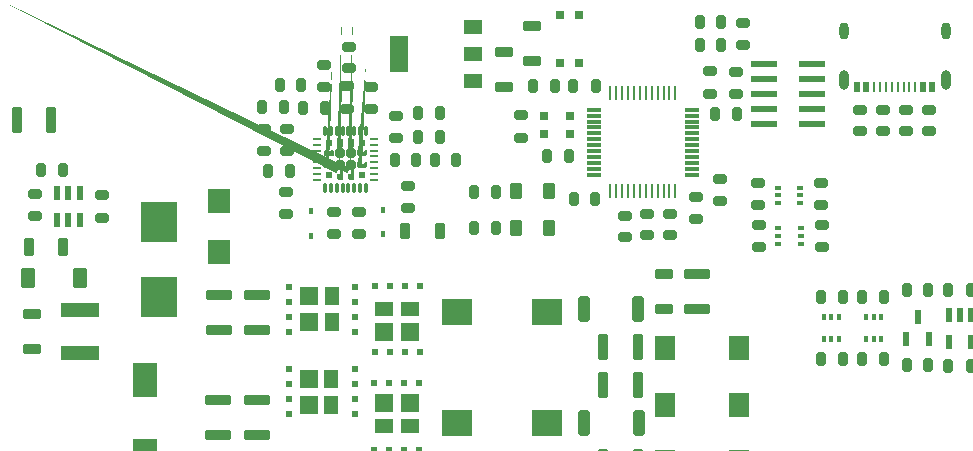
<source format=gtp>
G04 #@! TF.GenerationSoftware,KiCad,Pcbnew,7.0.7-7.0.7~ubuntu22.04.1*
G04 #@! TF.CreationDate,2024-01-21T11:17:23+01:00*
G04 #@! TF.ProjectId,qaxe,71617865-2e6b-4696-9361-645f70636258,rev?*
G04 #@! TF.SameCoordinates,Original*
G04 #@! TF.FileFunction,Paste,Top*
G04 #@! TF.FilePolarity,Positive*
%FSLAX46Y46*%
G04 Gerber Fmt 4.6, Leading zero omitted, Abs format (unit mm)*
G04 Created by KiCad (PCBNEW 7.0.7-7.0.7~ubuntu22.04.1) date 2024-01-21 11:17:23*
%MOMM*%
%LPD*%
G01*
G04 APERTURE LIST*
G04 Aperture macros list*
%AMRoundRect*
0 Rectangle with rounded corners*
0 $1 Rounding radius*
0 $2 $3 $4 $5 $6 $7 $8 $9 X,Y pos of 4 corners*
0 Add a 4 corners polygon primitive as box body*
4,1,4,$2,$3,$4,$5,$6,$7,$8,$9,$2,$3,0*
0 Add four circle primitives for the rounded corners*
1,1,$1+$1,$2,$3*
1,1,$1+$1,$4,$5*
1,1,$1+$1,$6,$7*
1,1,$1+$1,$8,$9*
0 Add four rect primitives between the rounded corners*
20,1,$1+$1,$2,$3,$4,$5,0*
20,1,$1+$1,$4,$5,$6,$7,0*
20,1,$1+$1,$6,$7,$8,$9,0*
20,1,$1+$1,$8,$9,$2,$3,0*%
%AMFreePoly0*
4,1,48,0.206759,0.287330,0.222702,0.287330,0.235600,0.277958,0.250763,0.273032,0.260133,0.260133,0.273032,0.250763,0.277958,0.235600,0.287330,0.222702,0.287330,0.206759,0.292257,0.191596,0.292257,-0.108205,0.289747,-0.115928,0.291018,-0.123951,0.280315,-0.144955,0.273032,-0.167372,0.266461,-0.172145,0.262774,-0.179383,0.179383,-0.262774,0.172145,-0.266461,0.167372,-0.273032,
0.144953,-0.280316,0.123952,-0.291017,0.115930,-0.289746,0.108205,-0.292257,-0.191596,-0.292257,-0.206759,-0.287330,-0.222702,-0.287330,-0.235600,-0.277958,-0.250763,-0.273032,-0.260133,-0.260133,-0.273032,-0.250763,-0.277958,-0.235600,-0.287330,-0.222702,-0.287330,-0.206759,-0.292257,-0.191596,-0.292257,0.191596,-0.287330,0.206759,-0.287330,0.222702,-0.277958,0.235600,-0.273032,0.250763,
-0.260133,0.260133,-0.250763,0.273032,-0.235600,0.277958,-0.222702,0.287330,-0.206759,0.287330,-0.191596,0.292257,0.191596,0.292257,0.206759,0.287330,0.206759,0.287330,$1*%
%AMFreePoly1*
4,1,51,0.147653,0.402231,0.149784,0.402802,0.153047,0.401280,0.170637,0.398179,0.184320,0.386697,0.200509,0.379148,0.268292,0.311365,0.271204,0.307206,0.273115,0.306103,0.274347,0.302717,0.284591,0.288088,0.286147,0.270294,0.292257,0.253509,0.292257,-0.253509,0.291375,-0.258507,0.291947,-0.260640,0.290423,-0.263906,0.287323,-0.281493,0.275841,-0.295175,0.268292,-0.311365,
0.200509,-0.379148,0.196350,-0.382060,0.195247,-0.383971,0.191862,-0.385202,0.177233,-0.395447,0.159438,-0.397003,0.142653,-0.403113,-0.210436,-0.403113,-0.221065,-0.401238,-0.224644,-0.401870,-0.227791,-0.400053,-0.238420,-0.398179,-0.254702,-0.384516,-0.273115,-0.373886,-0.275640,-0.366946,-0.281295,-0.362202,-0.284986,-0.341269,-0.292257,-0.321292,-0.292257,0.321292,-0.290382,0.331921,
-0.291014,0.335500,-0.289197,0.338647,-0.287323,0.349276,-0.273660,0.365558,-0.263030,0.383971,-0.256090,0.386496,-0.251346,0.392151,-0.230413,0.395842,-0.210436,0.403113,0.142653,0.403113,0.147653,0.402231,0.147653,0.402231,$1*%
%AMFreePoly2*
4,1,48,0.115930,0.289746,0.123952,0.291017,0.144953,0.280316,0.167372,0.273032,0.172145,0.266461,0.179383,0.262774,0.262774,0.179383,0.266461,0.172145,0.273032,0.167372,0.280315,0.144955,0.291018,0.123951,0.289747,0.115928,0.292257,0.108205,0.292257,-0.191596,0.287330,-0.206759,0.287330,-0.222702,0.277958,-0.235600,0.273032,-0.250763,0.260133,-0.260133,0.250763,-0.273032,
0.235600,-0.277958,0.222702,-0.287330,0.206759,-0.287330,0.191596,-0.292257,-0.191596,-0.292257,-0.206759,-0.287330,-0.222702,-0.287330,-0.235600,-0.277958,-0.250763,-0.273032,-0.260133,-0.260133,-0.273032,-0.250763,-0.277958,-0.235600,-0.287330,-0.222702,-0.287330,-0.206759,-0.292257,-0.191596,-0.292257,0.191596,-0.287330,0.206759,-0.287330,0.222702,-0.277958,0.235600,-0.273032,0.250763,
-0.260133,0.260133,-0.250763,0.273032,-0.235600,0.277958,-0.222702,0.287330,-0.206759,0.287330,-0.191596,0.292257,0.108205,0.292257,0.115930,0.289746,0.115930,0.289746,$1*%
%AMFreePoly3*
4,1,51,0.331921,0.290382,0.335500,0.291014,0.338647,0.289197,0.349276,0.287323,0.365558,0.273660,0.383971,0.263030,0.386496,0.256090,0.392151,0.251346,0.395842,0.230413,0.403113,0.210436,0.403113,-0.142653,0.402231,-0.147651,0.402803,-0.149784,0.401279,-0.153050,0.398179,-0.170637,0.386697,-0.184319,0.379148,-0.200509,0.311365,-0.268292,0.307206,-0.271204,0.306103,-0.273115,
0.302718,-0.274346,0.288089,-0.284591,0.270294,-0.286147,0.253509,-0.292257,-0.253509,-0.292257,-0.258507,-0.291375,-0.260640,-0.291947,-0.263906,-0.290423,-0.281493,-0.287323,-0.295175,-0.275841,-0.311365,-0.268292,-0.379148,-0.200509,-0.382060,-0.196350,-0.383971,-0.195247,-0.385202,-0.191862,-0.395447,-0.177233,-0.397003,-0.159438,-0.403113,-0.142653,-0.403113,0.210436,-0.401238,0.221065,
-0.401870,0.224644,-0.400053,0.227791,-0.398179,0.238420,-0.384516,0.254702,-0.373886,0.273115,-0.366946,0.275640,-0.362202,0.281295,-0.341269,0.284986,-0.321292,0.292257,0.321292,0.292257,0.331921,0.290382,0.331921,0.290382,$1*%
%AMFreePoly4*
4,1,51,0.258509,0.291375,0.260640,0.291946,0.263903,0.290424,0.281493,0.287323,0.295176,0.275841,0.311365,0.268292,0.379148,0.200509,0.382060,0.196350,0.383971,0.195247,0.385203,0.191861,0.395447,0.177232,0.397003,0.159438,0.403113,0.142653,0.403113,-0.210436,0.401238,-0.221065,0.401870,-0.224644,0.400053,-0.227791,0.398179,-0.238420,0.384516,-0.254702,0.373886,-0.273115,
0.366946,-0.275640,0.362202,-0.281295,0.341269,-0.284986,0.321292,-0.292257,-0.321292,-0.292257,-0.331921,-0.290382,-0.335500,-0.291014,-0.338647,-0.289197,-0.349276,-0.287323,-0.365558,-0.273660,-0.383971,-0.263030,-0.386496,-0.256090,-0.392151,-0.251346,-0.395842,-0.230413,-0.403113,-0.210436,-0.403113,0.142653,-0.402231,0.147653,-0.402802,0.149784,-0.401280,0.153047,-0.398179,0.170637,
-0.386697,0.184320,-0.379148,0.200509,-0.311365,0.268292,-0.307206,0.271204,-0.306103,0.273115,-0.302717,0.274347,-0.288088,0.284591,-0.270294,0.286147,-0.253509,0.292257,0.253509,0.292257,0.258509,0.291375,0.258509,0.291375,$1*%
%AMFreePoly5*
4,1,48,0.206759,0.287330,0.222702,0.287330,0.235600,0.277958,0.250763,0.273032,0.260133,0.260133,0.273032,0.250763,0.277958,0.235600,0.287330,0.222702,0.287330,0.206759,0.292257,0.191596,0.292257,-0.191596,0.287330,-0.206759,0.287330,-0.222702,0.277958,-0.235600,0.273032,-0.250763,0.260133,-0.260133,0.250763,-0.273032,0.235600,-0.277958,0.222702,-0.287330,0.206759,-0.287330,
0.191596,-0.292257,-0.108205,-0.292257,-0.115928,-0.289747,-0.123951,-0.291018,-0.144955,-0.280315,-0.167372,-0.273032,-0.172145,-0.266461,-0.179383,-0.262774,-0.262774,-0.179383,-0.266461,-0.172145,-0.273032,-0.167372,-0.280316,-0.144953,-0.291017,-0.123952,-0.289746,-0.115930,-0.292257,-0.108205,-0.292257,0.191596,-0.287330,0.206759,-0.287330,0.222702,-0.277958,0.235600,-0.273032,0.250763,
-0.260133,0.260133,-0.250763,0.273032,-0.235600,0.277958,-0.222702,0.287330,-0.206759,0.287330,-0.191596,0.292257,0.191596,0.292257,0.206759,0.287330,0.206759,0.287330,$1*%
%AMFreePoly6*
4,1,51,0.221065,0.401238,0.224644,0.401870,0.227791,0.400053,0.238420,0.398179,0.254702,0.384516,0.273115,0.373886,0.275640,0.366946,0.281295,0.362202,0.284986,0.341269,0.292257,0.321292,0.292257,-0.321292,0.290382,-0.331921,0.291014,-0.335500,0.289197,-0.338647,0.287323,-0.349276,0.273660,-0.365558,0.263030,-0.383971,0.256090,-0.386496,0.251346,-0.392151,0.230413,-0.395842,
0.210436,-0.403113,-0.142653,-0.403113,-0.147651,-0.402231,-0.149784,-0.402803,-0.153050,-0.401279,-0.170637,-0.398179,-0.184319,-0.386697,-0.200509,-0.379148,-0.268292,-0.311365,-0.271204,-0.307206,-0.273115,-0.306103,-0.274346,-0.302718,-0.284591,-0.288089,-0.286147,-0.270294,-0.292257,-0.253509,-0.292257,0.253509,-0.291375,0.258509,-0.291946,0.260640,-0.290424,0.263903,-0.287323,0.281493,
-0.275841,0.295176,-0.268292,0.311365,-0.200509,0.379148,-0.196350,0.382060,-0.195247,0.383971,-0.191861,0.385203,-0.177232,0.395447,-0.159438,0.397003,-0.142653,0.403113,0.210436,0.403113,0.221065,0.401238,0.221065,0.401238,$1*%
%AMFreePoly7*
4,1,48,0.206759,0.287330,0.222702,0.287330,0.235600,0.277958,0.250763,0.273032,0.260133,0.260133,0.273032,0.250763,0.277958,0.235600,0.287330,0.222702,0.287330,0.206759,0.292257,0.191596,0.292257,-0.191596,0.287330,-0.206759,0.287330,-0.222702,0.277958,-0.235600,0.273032,-0.250763,0.260133,-0.260133,0.250763,-0.273032,0.235600,-0.277958,0.222702,-0.287330,0.206759,-0.287330,
0.191596,-0.292257,-0.191596,-0.292257,-0.206759,-0.287330,-0.222702,-0.287330,-0.235600,-0.277958,-0.250763,-0.273032,-0.260133,-0.260133,-0.273032,-0.250763,-0.277958,-0.235600,-0.287330,-0.222702,-0.287330,-0.206759,-0.292257,-0.191596,-0.292257,0.108205,-0.289746,0.115930,-0.291017,0.123952,-0.280316,0.144953,-0.273032,0.167372,-0.266461,0.172145,-0.262774,0.179383,-0.179383,0.262774,
-0.172145,0.266461,-0.167372,0.273032,-0.144955,0.280315,-0.123951,0.291018,-0.115928,0.289747,-0.108205,0.292257,0.191596,0.292257,0.206759,0.287330,0.206759,0.287330,$1*%
G04 Aperture macros list end*
%ADD10C,0.001000*%
%ADD11RoundRect,0.150000X-0.430000X0.250000X-0.430000X-0.250000X0.430000X-0.250000X0.430000X0.250000X0*%
%ADD12RoundRect,0.150000X0.250000X0.430000X-0.250000X0.430000X-0.250000X-0.430000X0.250000X-0.430000X0*%
%ADD13RoundRect,0.135000X0.585000X-0.325000X0.585000X0.325000X-0.585000X0.325000X-0.585000X-0.325000X0*%
%ADD14R,0.176800X0.633600*%
%ADD15RoundRect,0.135000X0.325000X0.945000X-0.325000X0.945000X-0.325000X-0.945000X0.325000X-0.945000X0*%
%ADD16R,2.640000X2.240000*%
%ADD17RoundRect,0.147500X-0.262500X-0.412500X0.262500X-0.412500X0.262500X0.412500X-0.262500X0.412500X0*%
%ADD18RoundRect,0.147500X0.412500X-0.262500X0.412500X0.262500X-0.412500X0.262500X-0.412500X-0.262500X0*%
%ADD19RoundRect,0.135000X-0.945000X0.325000X-0.945000X-0.325000X0.945000X-0.325000X0.945000X0.325000X0*%
%ADD20RoundRect,0.137500X-0.312500X-0.922500X0.312500X-0.922500X0.312500X0.922500X-0.312500X0.922500X0*%
%ADD21RoundRect,0.052500X-0.127500X0.187500X-0.127500X-0.187500X0.127500X-0.187500X0.127500X0.187500X0*%
%ADD22RoundRect,0.147500X-0.412500X0.262500X-0.412500X-0.262500X0.412500X-0.262500X0.412500X0.262500X0*%
%ADD23RoundRect,0.127500X-0.362500X-0.932500X0.362500X-0.932500X0.362500X0.932500X-0.362500X0.932500X0*%
%ADD24RoundRect,0.147500X0.262500X0.412500X-0.262500X0.412500X-0.262500X-0.412500X0.262500X-0.412500X0*%
%ADD25RoundRect,0.150000X0.430000X-0.250000X0.430000X0.250000X-0.430000X0.250000X-0.430000X-0.250000X0*%
%ADD26R,1.570000X1.235000*%
%ADD27R,1.570000X1.585000*%
%ADD28R,0.490000X0.490000*%
%ADD29RoundRect,0.125000X0.375000X0.575000X-0.375000X0.575000X-0.375000X-0.575000X0.375000X-0.575000X0*%
%ADD30RoundRect,0.000000X-0.920000X1.000000X-0.920000X-1.000000X0.920000X-1.000000X0.920000X1.000000X0*%
%ADD31R,0.320000X0.520000*%
%ADD32RoundRect,0.135000X-0.325000X-0.945000X0.325000X-0.945000X0.325000X0.945000X-0.325000X0.945000X0*%
%ADD33RoundRect,0.017500X-0.222500X0.512500X-0.222500X-0.512500X0.222500X-0.512500X0.222500X0.512500X0*%
%ADD34R,0.520000X0.320000*%
%ADD35RoundRect,0.135000X0.945000X-0.325000X0.945000X0.325000X-0.945000X0.325000X-0.945000X-0.325000X0*%
%ADD36R,1.235000X1.570000*%
%ADD37R,1.585000X1.570000*%
%ADD38RoundRect,0.150000X-0.250000X-0.430000X0.250000X-0.430000X0.250000X0.430000X-0.250000X0.430000X0*%
%ADD39RoundRect,0.110000X0.450000X0.730000X-0.450000X0.730000X-0.450000X-0.730000X0.450000X-0.730000X0*%
%ADD40R,0.800000X0.720000*%
%ADD41RoundRect,0.000000X-1.000000X1.400000X-1.000000X-1.400000X1.000000X-1.400000X1.000000X1.400000X0*%
%ADD42R,3.200000X1.200000*%
%ADD43RoundRect,0.137500X0.312500X0.562500X-0.312500X0.562500X-0.312500X-0.562500X0.312500X-0.562500X0*%
%ADD44RoundRect,0.000000X-0.590000X-0.120000X0.590000X-0.120000X0.590000X0.120000X-0.590000X0.120000X0*%
%ADD45RoundRect,0.045000X-0.075000X-0.545000X0.075000X-0.545000X0.075000X0.545000X-0.075000X0.545000X0*%
%ADD46RoundRect,0.000000X-0.120000X0.268000X-0.120000X-0.268000X0.120000X-0.268000X0.120000X0.268000X0*%
%ADD47R,2.208000X0.520000*%
%ADD48R,3.048000X3.396000*%
%ADD49RoundRect,0.135000X-0.585000X0.325000X-0.585000X-0.325000X0.585000X-0.325000X0.585000X0.325000X0*%
%ADD50RoundRect,0.042500X-0.787500X-0.977500X0.787500X-0.977500X0.787500X0.977500X-0.787500X0.977500X0*%
%ADD51R,1.600000X1.200000*%
%ADD52R,1.600000X3.040000*%
%ADD53FreePoly0,270.000000*%
%ADD54FreePoly1,270.000000*%
%ADD55FreePoly2,270.000000*%
%ADD56FreePoly3,270.000000*%
%ADD57RoundRect,0.201557X-0.201556X0.201556X-0.201556X-0.201556X0.201556X-0.201556X0.201556X0.201556X0*%
%ADD58FreePoly4,270.000000*%
%ADD59FreePoly5,270.000000*%
%ADD60FreePoly6,270.000000*%
%ADD61FreePoly7,270.000000*%
%ADD62RoundRect,0.000000X-0.100000X0.350000X-0.100000X-0.350000X0.100000X-0.350000X0.100000X0.350000X0*%
%ADD63RoundRect,0.037500X-0.312500X0.062500X-0.312500X-0.062500X0.312500X-0.062500X0.312500X0.062500X0*%
%ADD64RoundRect,0.002500X0.237500X-0.587500X0.237500X0.587500X-0.237500X0.587500X-0.237500X-0.587500X0*%
%ADD65R,0.480000X0.920000*%
%ADD66R,0.240000X0.920000*%
%ADD67O,0.800000X1.680000*%
%ADD68O,0.800000X1.440000*%
%ADD69RoundRect,0.135000X0.325000X0.585000X-0.325000X0.585000X-0.325000X-0.585000X0.325000X-0.585000X0*%
G04 APERTURE END LIST*
D10*
X88825000Y-112870000D02*
X88035000Y-112870000D01*
X88035000Y-112870000D02*
X88035000Y-114070000D01*
X88035000Y-114070000D02*
X88825000Y-114070000D01*
X88825000Y-114070000D02*
X88825000Y-112870000D01*
G36*
X88825000Y-112870000D02*
G01*
X88035000Y-112870000D01*
X88035000Y-114070000D01*
X88825000Y-114070000D01*
X88825000Y-112870000D01*
G37*
X85795000Y-112870000D02*
X85005000Y-112870000D01*
X85005000Y-112870000D02*
X85005000Y-114070000D01*
X85005000Y-114070000D02*
X85795000Y-114070000D01*
X85795000Y-114070000D02*
X85795000Y-112870000D01*
G36*
X85795000Y-112870000D02*
G01*
X85005000Y-112870000D01*
X85005000Y-114070000D01*
X85795000Y-114070000D01*
X85795000Y-112870000D01*
G37*
X87235000Y-112890000D02*
X86445000Y-112890000D01*
X86445000Y-112890000D02*
X86445000Y-114090000D01*
X86445000Y-114090000D02*
X87235000Y-114090000D01*
X87235000Y-114090000D02*
X87235000Y-112890000D01*
G36*
X87235000Y-112890000D02*
G01*
X86445000Y-112890000D01*
X86445000Y-114090000D01*
X87235000Y-114090000D01*
X87235000Y-112890000D01*
G37*
X90905000Y-112920000D02*
X90115000Y-112920000D01*
X90115000Y-112920000D02*
X90115000Y-114120000D01*
X90115000Y-114120000D02*
X90905000Y-114120000D01*
X90905000Y-114120000D02*
X90905000Y-112920000D01*
G36*
X90905000Y-112920000D02*
G01*
X90115000Y-112920000D01*
X90115000Y-114120000D01*
X90905000Y-114120000D01*
X90905000Y-112920000D01*
G37*
X88830000Y-115000000D02*
X88040000Y-115000000D01*
X88040000Y-115000000D02*
X88040000Y-116200000D01*
X88040000Y-116200000D02*
X88830000Y-116200000D01*
X88830000Y-116200000D02*
X88830000Y-115000000D01*
G36*
X88830000Y-115000000D02*
G01*
X88040000Y-115000000D01*
X88040000Y-116200000D01*
X88830000Y-116200000D01*
X88830000Y-115000000D01*
G37*
X85800000Y-115000000D02*
X85010000Y-115000000D01*
X85010000Y-115000000D02*
X85010000Y-116200000D01*
X85010000Y-116200000D02*
X85800000Y-116200000D01*
X85800000Y-116200000D02*
X85800000Y-115000000D01*
G36*
X85800000Y-115000000D02*
G01*
X85010000Y-115000000D01*
X85010000Y-116200000D01*
X85800000Y-116200000D01*
X85800000Y-115000000D01*
G37*
X87240000Y-115020000D02*
X86450000Y-115020000D01*
X86450000Y-115020000D02*
X86450000Y-116220000D01*
X86450000Y-116220000D02*
X87240000Y-116220000D01*
X87240000Y-116220000D02*
X87240000Y-115020000D01*
G36*
X87240000Y-115020000D02*
G01*
X86450000Y-115020000D01*
X86450000Y-116220000D01*
X87240000Y-116220000D01*
X87240000Y-115020000D01*
G37*
X90910000Y-115050000D02*
X90120000Y-115050000D01*
X90120000Y-115050000D02*
X90120000Y-116250000D01*
X90120000Y-116250000D02*
X90910000Y-116250000D01*
X90910000Y-116250000D02*
X90910000Y-115050000D01*
G36*
X90910000Y-115050000D02*
G01*
X90120000Y-115050000D01*
X90120000Y-116250000D01*
X90910000Y-116250000D01*
X90910000Y-115050000D01*
G37*
X88825000Y-127870000D02*
X88035000Y-127870000D01*
X88035000Y-127870000D02*
X88035000Y-129070000D01*
X88035000Y-129070000D02*
X88825000Y-129070000D01*
X88825000Y-129070000D02*
X88825000Y-127870000D01*
G36*
X88825000Y-127870000D02*
G01*
X88035000Y-127870000D01*
X88035000Y-129070000D01*
X88825000Y-129070000D01*
X88825000Y-127870000D01*
G37*
X85795000Y-127870000D02*
X85005000Y-127870000D01*
X85005000Y-127870000D02*
X85005000Y-129070000D01*
X85005000Y-129070000D02*
X85795000Y-129070000D01*
X85795000Y-129070000D02*
X85795000Y-127870000D01*
G36*
X85795000Y-127870000D02*
G01*
X85005000Y-127870000D01*
X85005000Y-129070000D01*
X85795000Y-129070000D01*
X85795000Y-127870000D01*
G37*
X87235000Y-127890000D02*
X86445000Y-127890000D01*
X86445000Y-127890000D02*
X86445000Y-129090000D01*
X86445000Y-129090000D02*
X87235000Y-129090000D01*
X87235000Y-129090000D02*
X87235000Y-127890000D01*
G36*
X87235000Y-127890000D02*
G01*
X86445000Y-127890000D01*
X86445000Y-129090000D01*
X87235000Y-129090000D01*
X87235000Y-127890000D01*
G37*
X90905000Y-127920000D02*
X90115000Y-127920000D01*
X90115000Y-127920000D02*
X90115000Y-129120000D01*
X90115000Y-129120000D02*
X90905000Y-129120000D01*
X90905000Y-129120000D02*
X90905000Y-127920000D01*
G36*
X90905000Y-127920000D02*
G01*
X90115000Y-127920000D01*
X90115000Y-129120000D01*
X90905000Y-129120000D01*
X90905000Y-127920000D01*
G37*
X88830000Y-130000000D02*
X88040000Y-130000000D01*
X88040000Y-130000000D02*
X88040000Y-131200000D01*
X88040000Y-131200000D02*
X88830000Y-131200000D01*
X88830000Y-131200000D02*
X88830000Y-130000000D01*
G36*
X88830000Y-130000000D02*
G01*
X88040000Y-130000000D01*
X88040000Y-131200000D01*
X88830000Y-131200000D01*
X88830000Y-130000000D01*
G37*
X85800000Y-130000000D02*
X85010000Y-130000000D01*
X85010000Y-130000000D02*
X85010000Y-131200000D01*
X85010000Y-131200000D02*
X85800000Y-131200000D01*
X85800000Y-131200000D02*
X85800000Y-130000000D01*
G36*
X85800000Y-130000000D02*
G01*
X85010000Y-130000000D01*
X85010000Y-131200000D01*
X85800000Y-131200000D01*
X85800000Y-130000000D01*
G37*
X87240000Y-130020000D02*
X86450000Y-130020000D01*
X86450000Y-130020000D02*
X86450000Y-131220000D01*
X86450000Y-131220000D02*
X87240000Y-131220000D01*
X87240000Y-131220000D02*
X87240000Y-130020000D01*
G36*
X87240000Y-130020000D02*
G01*
X86450000Y-130020000D01*
X86450000Y-131220000D01*
X87240000Y-131220000D01*
X87240000Y-130020000D01*
G37*
X90910000Y-130050000D02*
X90120000Y-130050000D01*
X90120000Y-130050000D02*
X90120000Y-131250000D01*
X90120000Y-131250000D02*
X90910000Y-131250000D01*
X90910000Y-131250000D02*
X90910000Y-130050000D01*
G36*
X90910000Y-130050000D02*
G01*
X90120000Y-130050000D01*
X90120000Y-131250000D01*
X90910000Y-131250000D01*
X90910000Y-130050000D01*
G37*
X101175000Y-116130000D02*
X101965000Y-116130000D01*
X101965000Y-116130000D02*
X101965000Y-114930000D01*
X101965000Y-114930000D02*
X101175000Y-114930000D01*
X101175000Y-114930000D02*
X101175000Y-116130000D01*
G36*
X101175000Y-116130000D02*
G01*
X101965000Y-116130000D01*
X101965000Y-114930000D01*
X101175000Y-114930000D01*
X101175000Y-116130000D01*
G37*
X104205000Y-116130000D02*
X104995000Y-116130000D01*
X104995000Y-116130000D02*
X104995000Y-114930000D01*
X104995000Y-114930000D02*
X104205000Y-114930000D01*
X104205000Y-114930000D02*
X104205000Y-116130000D01*
G36*
X104205000Y-116130000D02*
G01*
X104995000Y-116130000D01*
X104995000Y-114930000D01*
X104205000Y-114930000D01*
X104205000Y-116130000D01*
G37*
X102765000Y-116110000D02*
X103555000Y-116110000D01*
X103555000Y-116110000D02*
X103555000Y-114910000D01*
X103555000Y-114910000D02*
X102765000Y-114910000D01*
X102765000Y-114910000D02*
X102765000Y-116110000D01*
G36*
X102765000Y-116110000D02*
G01*
X103555000Y-116110000D01*
X103555000Y-114910000D01*
X102765000Y-114910000D01*
X102765000Y-116110000D01*
G37*
X99095000Y-116080000D02*
X99885000Y-116080000D01*
X99885000Y-116080000D02*
X99885000Y-114880000D01*
X99885000Y-114880000D02*
X99095000Y-114880000D01*
X99095000Y-114880000D02*
X99095000Y-116080000D01*
G36*
X99095000Y-116080000D02*
G01*
X99885000Y-116080000D01*
X99885000Y-114880000D01*
X99095000Y-114880000D01*
X99095000Y-116080000D01*
G37*
X101170000Y-114000000D02*
X101960000Y-114000000D01*
X101960000Y-114000000D02*
X101960000Y-112800000D01*
X101960000Y-112800000D02*
X101170000Y-112800000D01*
X101170000Y-112800000D02*
X101170000Y-114000000D01*
G36*
X101170000Y-114000000D02*
G01*
X101960000Y-114000000D01*
X101960000Y-112800000D01*
X101170000Y-112800000D01*
X101170000Y-114000000D01*
G37*
X104200000Y-114000000D02*
X104990000Y-114000000D01*
X104990000Y-114000000D02*
X104990000Y-112800000D01*
X104990000Y-112800000D02*
X104200000Y-112800000D01*
X104200000Y-112800000D02*
X104200000Y-114000000D01*
G36*
X104200000Y-114000000D02*
G01*
X104990000Y-114000000D01*
X104990000Y-112800000D01*
X104200000Y-112800000D01*
X104200000Y-114000000D01*
G37*
X102760000Y-113980000D02*
X103550000Y-113980000D01*
X103550000Y-113980000D02*
X103550000Y-112780000D01*
X103550000Y-112780000D02*
X102760000Y-112780000D01*
X102760000Y-112780000D02*
X102760000Y-113980000D01*
G36*
X102760000Y-113980000D02*
G01*
X103550000Y-113980000D01*
X103550000Y-112780000D01*
X102760000Y-112780000D01*
X102760000Y-113980000D01*
G37*
X99090000Y-113950000D02*
X99880000Y-113950000D01*
X99880000Y-113950000D02*
X99880000Y-112750000D01*
X99880000Y-112750000D02*
X99090000Y-112750000D01*
X99090000Y-112750000D02*
X99090000Y-113950000D01*
G36*
X99090000Y-113950000D02*
G01*
X99880000Y-113950000D01*
X99880000Y-112750000D01*
X99090000Y-112750000D01*
X99090000Y-113950000D01*
G37*
X101175000Y-131130000D02*
X101965000Y-131130000D01*
X101965000Y-131130000D02*
X101965000Y-129930000D01*
X101965000Y-129930000D02*
X101175000Y-129930000D01*
X101175000Y-129930000D02*
X101175000Y-131130000D01*
G36*
X101175000Y-131130000D02*
G01*
X101965000Y-131130000D01*
X101965000Y-129930000D01*
X101175000Y-129930000D01*
X101175000Y-131130000D01*
G37*
X104205000Y-131130000D02*
X104995000Y-131130000D01*
X104995000Y-131130000D02*
X104995000Y-129930000D01*
X104995000Y-129930000D02*
X104205000Y-129930000D01*
X104205000Y-129930000D02*
X104205000Y-131130000D01*
G36*
X104205000Y-131130000D02*
G01*
X104995000Y-131130000D01*
X104995000Y-129930000D01*
X104205000Y-129930000D01*
X104205000Y-131130000D01*
G37*
X102765000Y-131110000D02*
X103555000Y-131110000D01*
X103555000Y-131110000D02*
X103555000Y-129910000D01*
X103555000Y-129910000D02*
X102765000Y-129910000D01*
X102765000Y-129910000D02*
X102765000Y-131110000D01*
G36*
X102765000Y-131110000D02*
G01*
X103555000Y-131110000D01*
X103555000Y-129910000D01*
X102765000Y-129910000D01*
X102765000Y-131110000D01*
G37*
X99095000Y-131080000D02*
X99885000Y-131080000D01*
X99885000Y-131080000D02*
X99885000Y-129880000D01*
X99885000Y-129880000D02*
X99095000Y-129880000D01*
X99095000Y-129880000D02*
X99095000Y-131080000D01*
G36*
X99095000Y-131080000D02*
G01*
X99885000Y-131080000D01*
X99885000Y-129880000D01*
X99095000Y-129880000D01*
X99095000Y-131080000D01*
G37*
X101170000Y-129000000D02*
X101960000Y-129000000D01*
X101960000Y-129000000D02*
X101960000Y-127800000D01*
X101960000Y-127800000D02*
X101170000Y-127800000D01*
X101170000Y-127800000D02*
X101170000Y-129000000D01*
G36*
X101170000Y-129000000D02*
G01*
X101960000Y-129000000D01*
X101960000Y-127800000D01*
X101170000Y-127800000D01*
X101170000Y-129000000D01*
G37*
X104200000Y-129000000D02*
X104990000Y-129000000D01*
X104990000Y-129000000D02*
X104990000Y-127800000D01*
X104990000Y-127800000D02*
X104200000Y-127800000D01*
X104200000Y-127800000D02*
X104200000Y-129000000D01*
G36*
X104200000Y-129000000D02*
G01*
X104990000Y-129000000D01*
X104990000Y-127800000D01*
X104200000Y-127800000D01*
X104200000Y-129000000D01*
G37*
X102760000Y-128980000D02*
X103550000Y-128980000D01*
X103550000Y-128980000D02*
X103550000Y-127780000D01*
X103550000Y-127780000D02*
X102760000Y-127780000D01*
X102760000Y-127780000D02*
X102760000Y-128980000D01*
G36*
X102760000Y-128980000D02*
G01*
X103550000Y-128980000D01*
X103550000Y-127780000D01*
X102760000Y-127780000D01*
X102760000Y-128980000D01*
G37*
X99090000Y-128950000D02*
X99880000Y-128950000D01*
X99880000Y-128950000D02*
X99880000Y-127750000D01*
X99880000Y-127750000D02*
X99090000Y-127750000D01*
X99090000Y-127750000D02*
X99090000Y-128950000D01*
G36*
X99090000Y-128950000D02*
G01*
X99880000Y-128950000D01*
X99880000Y-127750000D01*
X99090000Y-127750000D01*
X99090000Y-128950000D01*
G37*
D11*
X115697000Y-58044000D03*
X115697000Y-59944000D03*
D12*
X133626315Y-69976089D03*
X131726315Y-69976089D03*
D13*
X54150000Y-68565000D03*
X54150000Y-65615000D03*
D14*
X91263000Y-111584000D03*
X90761000Y-111584000D03*
X90259000Y-111584000D03*
X89757000Y-111584000D03*
X89255000Y-111584000D03*
X88753000Y-111584000D03*
X88251000Y-111584000D03*
X87749000Y-111584000D03*
X87247000Y-111584000D03*
X86745000Y-111584000D03*
X86243000Y-111584000D03*
X85741000Y-111584000D03*
X85239000Y-111584000D03*
X84737000Y-111584000D03*
X84750000Y-117416000D03*
X85250000Y-117416000D03*
X85750000Y-117416000D03*
X86250000Y-117416000D03*
X86750000Y-117416000D03*
X87247000Y-117416000D03*
X87750000Y-117416000D03*
X88251000Y-117416000D03*
X88753000Y-117416000D03*
X89255000Y-117416000D03*
X89757000Y-117416000D03*
X90250000Y-117416000D03*
X90761000Y-117416000D03*
X91250000Y-117416000D03*
D15*
X105475000Y-78100000D03*
X102525000Y-78100000D03*
D16*
X90180000Y-65440000D03*
X97790000Y-65440000D03*
D17*
X88257500Y-52590000D03*
X90082500Y-52590000D03*
D18*
X54450000Y-57290000D03*
X54450000Y-55465000D03*
D17*
X54937500Y-53377500D03*
X56762500Y-53377500D03*
D19*
X73200000Y-72900000D03*
X73200000Y-75850000D03*
D20*
X52850000Y-49190000D03*
X55775000Y-49190000D03*
D12*
X137126315Y-63556089D03*
X135226315Y-63556089D03*
D11*
X79770000Y-56955000D03*
X79770000Y-58855000D03*
D18*
X114400000Y-42812500D03*
X114400000Y-40987500D03*
D21*
X83870000Y-56755000D03*
X83870000Y-58855000D03*
D22*
X113726000Y-45142500D03*
X113726000Y-46967500D03*
D23*
X100875000Y-65145000D03*
X105500000Y-65145000D03*
D11*
X85017500Y-48835000D03*
X85017500Y-50735000D03*
D24*
X86692000Y-52570000D03*
X84867000Y-52570000D03*
D25*
X111567000Y-46950000D03*
X111567000Y-45050000D03*
D24*
X112512500Y-42800000D03*
X110687500Y-42800000D03*
D26*
X83935000Y-75077500D03*
X86125000Y-75077500D03*
D27*
X83935000Y-73167500D03*
X86125000Y-73167500D03*
D28*
X83125000Y-77080000D03*
X84395000Y-77080000D03*
X85665000Y-77080000D03*
X86935000Y-77080000D03*
X83125000Y-71480000D03*
X84395000Y-71480000D03*
X85665000Y-71480000D03*
X86935000Y-71480000D03*
D29*
X97900000Y-58293000D03*
X95100000Y-58293000D03*
D11*
X120965000Y-54503000D03*
X120965000Y-56403000D03*
D30*
X69960000Y-56020000D03*
X69960000Y-60320000D03*
D31*
X124775200Y-67726600D03*
X125425200Y-67726600D03*
X126075200Y-67726600D03*
X126075200Y-65826600D03*
X125425200Y-65826600D03*
X124775200Y-65826600D03*
D32*
X134350000Y-49400000D03*
X137300000Y-49400000D03*
D12*
X122826315Y-64176089D03*
X120926315Y-64176089D03*
D33*
X137176315Y-65576089D03*
X136226315Y-65576089D03*
X135276315Y-65576089D03*
X135276315Y-67851089D03*
X137176315Y-67851089D03*
D18*
X124300000Y-50112500D03*
X124300000Y-48287500D03*
D25*
X75670000Y-57140000D03*
X75670000Y-55240000D03*
D18*
X106261500Y-58949500D03*
X106261500Y-57124500D03*
D13*
X107700000Y-65175000D03*
X107700000Y-62225000D03*
D18*
X128200000Y-50112500D03*
X128200000Y-48287500D03*
D17*
X86870000Y-48605000D03*
X88695000Y-48605000D03*
D18*
X130100000Y-50112500D03*
X130100000Y-48287500D03*
D34*
X117312400Y-54899800D03*
X117312400Y-55549800D03*
X117312400Y-56199800D03*
X119212400Y-56199800D03*
X119212400Y-55549800D03*
X119212400Y-54899800D03*
D24*
X88695000Y-50605000D03*
X86870000Y-50605000D03*
D35*
X110500000Y-65175000D03*
X110500000Y-62225000D03*
D23*
X100887500Y-74825001D03*
X105512500Y-74825001D03*
D36*
X79536500Y-66295000D03*
X79536500Y-64105000D03*
D37*
X77626500Y-66295000D03*
X77626500Y-64105000D03*
D28*
X81539000Y-67105000D03*
X81539000Y-65835000D03*
X81539000Y-64565000D03*
X81539000Y-63295000D03*
X75939000Y-67105000D03*
X75939000Y-65835000D03*
X75939000Y-64565000D03*
X75939000Y-63295000D03*
D11*
X60050000Y-55540000D03*
X60050000Y-57440000D03*
D38*
X124426315Y-69376089D03*
X126326315Y-69376089D03*
D24*
X113812500Y-48700000D03*
X111987500Y-48700000D03*
D11*
X121031000Y-58044000D03*
X121031000Y-59944000D03*
D31*
X122493800Y-65826600D03*
X121843800Y-65826600D03*
X121193800Y-65826600D03*
X121193800Y-67726600D03*
X121843800Y-67726600D03*
X122493800Y-67726600D03*
D35*
X73250000Y-66975000D03*
X73250000Y-64025000D03*
D11*
X110363000Y-55652000D03*
X110363000Y-57552000D03*
D36*
X79497500Y-73295000D03*
X79497500Y-71105000D03*
D37*
X77587500Y-73295000D03*
X77587500Y-71105000D03*
D28*
X81500000Y-74105000D03*
X81500000Y-72835000D03*
X81500000Y-71565000D03*
X81500000Y-70295000D03*
X75900000Y-74105000D03*
X75900000Y-72835000D03*
X75900000Y-71565000D03*
X75900000Y-70295000D03*
D17*
X100015000Y-55878000D03*
X101840000Y-55878000D03*
D29*
X97899750Y-55199000D03*
X95099750Y-55199000D03*
D39*
X58250000Y-62590000D03*
X53850000Y-62590000D03*
D18*
X104356500Y-59103900D03*
X104356500Y-57278900D03*
D40*
X97538000Y-50386000D03*
X99688000Y-50386000D03*
X99688000Y-48836000D03*
X97538000Y-48836000D03*
D14*
X91263000Y-126584000D03*
X90761000Y-126584000D03*
X90259000Y-126584000D03*
X89757000Y-126584000D03*
X89255000Y-126584000D03*
X88753000Y-126584000D03*
X88251000Y-126584000D03*
X87749000Y-126584000D03*
X87247000Y-126584000D03*
X86745000Y-126584000D03*
X86243000Y-126584000D03*
X85741000Y-126584000D03*
X85239000Y-126584000D03*
X84737000Y-126584000D03*
X84750000Y-132416000D03*
X85250000Y-132416000D03*
X85750000Y-132416000D03*
X86250000Y-132416000D03*
X86750000Y-132416000D03*
X87247000Y-132416000D03*
X87750000Y-132416000D03*
X88251000Y-132416000D03*
X88753000Y-132416000D03*
X89255000Y-132416000D03*
X89757000Y-132416000D03*
X90250000Y-132416000D03*
X90761000Y-132416000D03*
X91250000Y-132416000D03*
D25*
X82870000Y-48240000D03*
X82870000Y-46340000D03*
D12*
X122826315Y-69376089D03*
X120926315Y-69376089D03*
D18*
X108166500Y-58949500D03*
X108166500Y-57124500D03*
D15*
X105475000Y-68400000D03*
X102525000Y-68400000D03*
D22*
X73780000Y-49945000D03*
X73780000Y-51770000D03*
D18*
X126200000Y-50112500D03*
X126200000Y-48287500D03*
D41*
X63710000Y-71150000D03*
X63710000Y-77650000D03*
D33*
X58200000Y-55340000D03*
X57250000Y-55340000D03*
X56300000Y-55340000D03*
X56300000Y-57615000D03*
X57250000Y-57615000D03*
X58200000Y-57615000D03*
D14*
X98737000Y-117416000D03*
X99239000Y-117416000D03*
X99741000Y-117416000D03*
X100243000Y-117416000D03*
X100745000Y-117416000D03*
X101247000Y-117416000D03*
X101749000Y-117416000D03*
X102251000Y-117416000D03*
X102753000Y-117416000D03*
X103255000Y-117416000D03*
X103757000Y-117416000D03*
X104259000Y-117416000D03*
X104761000Y-117416000D03*
X105263000Y-117416000D03*
X105250000Y-111584000D03*
X104750000Y-111584000D03*
X104250000Y-111584000D03*
X103750000Y-111584000D03*
X103250000Y-111584000D03*
X102753000Y-111584000D03*
X102250000Y-111584000D03*
X101749000Y-111584000D03*
X101247000Y-111584000D03*
X100745000Y-111584000D03*
X100243000Y-111584000D03*
X99750000Y-111584000D03*
X99239000Y-111584000D03*
X98750000Y-111584000D03*
D12*
X137126315Y-69856089D03*
X135226315Y-69856089D03*
D42*
X58250000Y-65290000D03*
X58250000Y-68890000D03*
D17*
X91589250Y-55245000D03*
X93414250Y-55245000D03*
D24*
X130058815Y-69876089D03*
X128233815Y-69876089D03*
D38*
X124426315Y-64176089D03*
X126326315Y-64176089D03*
D17*
X74147500Y-53520000D03*
X75972500Y-53520000D03*
D25*
X80870000Y-48230000D03*
X80870000Y-46330000D03*
D33*
X133676315Y-65696089D03*
X132726315Y-65696089D03*
X131776315Y-65696089D03*
X131776315Y-67971089D03*
X133676315Y-67971089D03*
D12*
X101880500Y-46300000D03*
X99980500Y-46300000D03*
D38*
X131726315Y-63576089D03*
X133626315Y-63576089D03*
D14*
X98737000Y-132416000D03*
X99239000Y-132416000D03*
X99741000Y-132416000D03*
X100243000Y-132416000D03*
X100745000Y-132416000D03*
X101247000Y-132416000D03*
X101749000Y-132416000D03*
X102251000Y-132416000D03*
X102753000Y-132416000D03*
X103255000Y-132416000D03*
X103757000Y-132416000D03*
X104259000Y-132416000D03*
X104761000Y-132416000D03*
X105263000Y-132416000D03*
X105250000Y-126584000D03*
X104750000Y-126584000D03*
X104250000Y-126584000D03*
X103750000Y-126584000D03*
X103250000Y-126584000D03*
X102753000Y-126584000D03*
X102250000Y-126584000D03*
X101749000Y-126584000D03*
X101247000Y-126584000D03*
X100745000Y-126584000D03*
X100243000Y-126584000D03*
X99750000Y-126584000D03*
X99239000Y-126584000D03*
X98750000Y-126584000D03*
D18*
X75770000Y-51792500D03*
X75770000Y-49967500D03*
D12*
X99650000Y-52222400D03*
X97750000Y-52222400D03*
D43*
X88672500Y-58580000D03*
X85747500Y-58580000D03*
D25*
X78870000Y-46405000D03*
X78870000Y-44505000D03*
D24*
X75470000Y-48105000D03*
X73645000Y-48105000D03*
D44*
X101718000Y-48302000D03*
X101718000Y-48802000D03*
X101718000Y-49302000D03*
X101718000Y-49802000D03*
X101718000Y-50302000D03*
X101718000Y-50802000D03*
X101718000Y-51302000D03*
X101718000Y-51802000D03*
X101718000Y-52302000D03*
X101718000Y-52802000D03*
X101718000Y-53302000D03*
X101718000Y-53802000D03*
D45*
X103130500Y-55214500D03*
X103630500Y-55214500D03*
X104130500Y-55214500D03*
X104630500Y-55214500D03*
X105130500Y-55214500D03*
X105630500Y-55214500D03*
X106130500Y-55214500D03*
X106630500Y-55214500D03*
X107130500Y-55214500D03*
X107630500Y-55214500D03*
X108130500Y-55214500D03*
X108630500Y-55214500D03*
D44*
X110043000Y-53802000D03*
X110043000Y-53302000D03*
X110043000Y-52802000D03*
X110043000Y-52302000D03*
X110043000Y-51802000D03*
X110043000Y-51302000D03*
X110043000Y-50802000D03*
X110043000Y-50302000D03*
X110043000Y-49802000D03*
X110043000Y-49302000D03*
X110043000Y-48802000D03*
X110043000Y-48302000D03*
D45*
X108630500Y-46889500D03*
X108130500Y-46889500D03*
X107630500Y-46889500D03*
X107130500Y-46889500D03*
X106630500Y-46889500D03*
X106130500Y-46889500D03*
X105630500Y-46889500D03*
X105130500Y-46889500D03*
X104630500Y-46889500D03*
X104130500Y-46889500D03*
X103630500Y-46889500D03*
X103130500Y-46889500D03*
D46*
X109850000Y-121260000D03*
X109350000Y-121260000D03*
X108850000Y-121260000D03*
X108850000Y-122740000D03*
X109350000Y-122740000D03*
X109850000Y-122740000D03*
D47*
X120191000Y-49484000D03*
X116151000Y-49484000D03*
X120191000Y-48214000D03*
X116151000Y-48214000D03*
X120191000Y-46944000D03*
X116151000Y-46944000D03*
X120191000Y-45674000D03*
X116151000Y-45674000D03*
X120191000Y-44404000D03*
X116151000Y-44404000D03*
D15*
X105475000Y-71600000D03*
X102525000Y-71600000D03*
D48*
X64900000Y-64187500D03*
X64900000Y-57812500D03*
D49*
X96500000Y-41238000D03*
X96500000Y-44188000D03*
D17*
X91589500Y-58339000D03*
X93414500Y-58339000D03*
X96587500Y-46300000D03*
X98412500Y-46300000D03*
D50*
X107787500Y-78100000D03*
X114012500Y-78100000D03*
D16*
X90180000Y-74838000D03*
X97790000Y-74838000D03*
D11*
X95565000Y-48788000D03*
X95565000Y-50688000D03*
D51*
X91522000Y-45902000D03*
X91522000Y-43602000D03*
D52*
X85222000Y-43602000D03*
D51*
X91522000Y-41302000D03*
D24*
X112512500Y-40900000D03*
X110687500Y-40900000D03*
D53*
X82070000Y-51142500D03*
D54*
X81207500Y-51142500D03*
X80207500Y-51142500D03*
D55*
X79345000Y-51142500D03*
D56*
X82070000Y-52005000D03*
D57*
X81207500Y-52005000D03*
X80207500Y-52005000D03*
D58*
X79345000Y-52005000D03*
D56*
X82070000Y-53005000D03*
D57*
X81207500Y-53005000D03*
X80207500Y-53005000D03*
D58*
X79345000Y-53005000D03*
D59*
X82070000Y-53867500D03*
D60*
X81207500Y-53867500D03*
X80207500Y-53867500D03*
D61*
X79345000Y-53867500D03*
D62*
X82457500Y-50067500D03*
X81957500Y-50067500D03*
X81457500Y-50067500D03*
X80957500Y-50067500D03*
X80457500Y-50067500D03*
X79957500Y-50067500D03*
X79457500Y-50067500D03*
X78957500Y-50067500D03*
D63*
X78270000Y-50755000D03*
X78270000Y-51255000D03*
X78270000Y-51755000D03*
X78270000Y-52255000D03*
X78270000Y-52755000D03*
X78270000Y-53255000D03*
X78270000Y-53755000D03*
X78270000Y-54255000D03*
D62*
X78957500Y-54942500D03*
X79457500Y-54942500D03*
X79957500Y-54942500D03*
X80457500Y-54942500D03*
X80957500Y-54942500D03*
X81457500Y-54942500D03*
X81957500Y-54942500D03*
X82457500Y-54942500D03*
D63*
X83145000Y-54255000D03*
X83145000Y-53755000D03*
X83145000Y-53255000D03*
X83145000Y-52755000D03*
X83145000Y-52255000D03*
X83145000Y-51755000D03*
X83145000Y-51255000D03*
X83145000Y-50755000D03*
D40*
X100500000Y-40250000D03*
X100500000Y-44350000D03*
X98900000Y-40250000D03*
X98900000Y-44350000D03*
D11*
X115631000Y-54503000D03*
X115631000Y-56403000D03*
D64*
X128196315Y-67703589D03*
X130096315Y-67703589D03*
X129146315Y-65828589D03*
D26*
X86190000Y-65190000D03*
X84000000Y-65190000D03*
D27*
X86190000Y-67100000D03*
X84000000Y-67100000D03*
D28*
X87000000Y-63187500D03*
X85730000Y-63187500D03*
X84460000Y-63187500D03*
X83190000Y-63187500D03*
X87000000Y-68787500D03*
X85730000Y-68787500D03*
X84460000Y-68787500D03*
X83190000Y-68787500D03*
D65*
X130400000Y-46380000D03*
X129600000Y-46380000D03*
D66*
X128450000Y-46380000D03*
X127450000Y-46380000D03*
X126950000Y-46380000D03*
X125950000Y-46380000D03*
D65*
X124800000Y-46380000D03*
X124000000Y-46380000D03*
X124000000Y-46380000D03*
X124800000Y-46380000D03*
D66*
X125450000Y-46380000D03*
X126450000Y-46380000D03*
X127950000Y-46380000D03*
X128950000Y-46380000D03*
D65*
X129600000Y-46380000D03*
X130400000Y-46380000D03*
D67*
X131520000Y-45805000D03*
D68*
X131520000Y-41625000D03*
D67*
X122880000Y-45805000D03*
D68*
X122880000Y-41625000D03*
D34*
X117363200Y-58328800D03*
X117363200Y-58978800D03*
X117363200Y-59628800D03*
X119263200Y-59628800D03*
X119263200Y-58978800D03*
X119263200Y-58328800D03*
D50*
X107787500Y-68500000D03*
X114012500Y-68500000D03*
D19*
X69900000Y-72875000D03*
X69900000Y-75825000D03*
D35*
X70000000Y-66975000D03*
X70000000Y-64025000D03*
D21*
X77770000Y-56855000D03*
X77770000Y-58955000D03*
D12*
X78970000Y-48155000D03*
X77070000Y-48155000D03*
D24*
X76970000Y-46205000D03*
X75145000Y-46205000D03*
D25*
X81870000Y-58855000D03*
X81870000Y-56955000D03*
D50*
X107787500Y-73300000D03*
X114012500Y-73300000D03*
D11*
X85970000Y-54755000D03*
X85970000Y-56655000D03*
D17*
X128233815Y-63576089D03*
X130058815Y-63576089D03*
D18*
X112413000Y-56028500D03*
X112413000Y-54203500D03*
D69*
X56825000Y-59890000D03*
X53875000Y-59890000D03*
D49*
X94087000Y-43397000D03*
X94087000Y-46347000D03*
D18*
X80970000Y-44805000D03*
X80970000Y-42980000D03*
M02*

</source>
